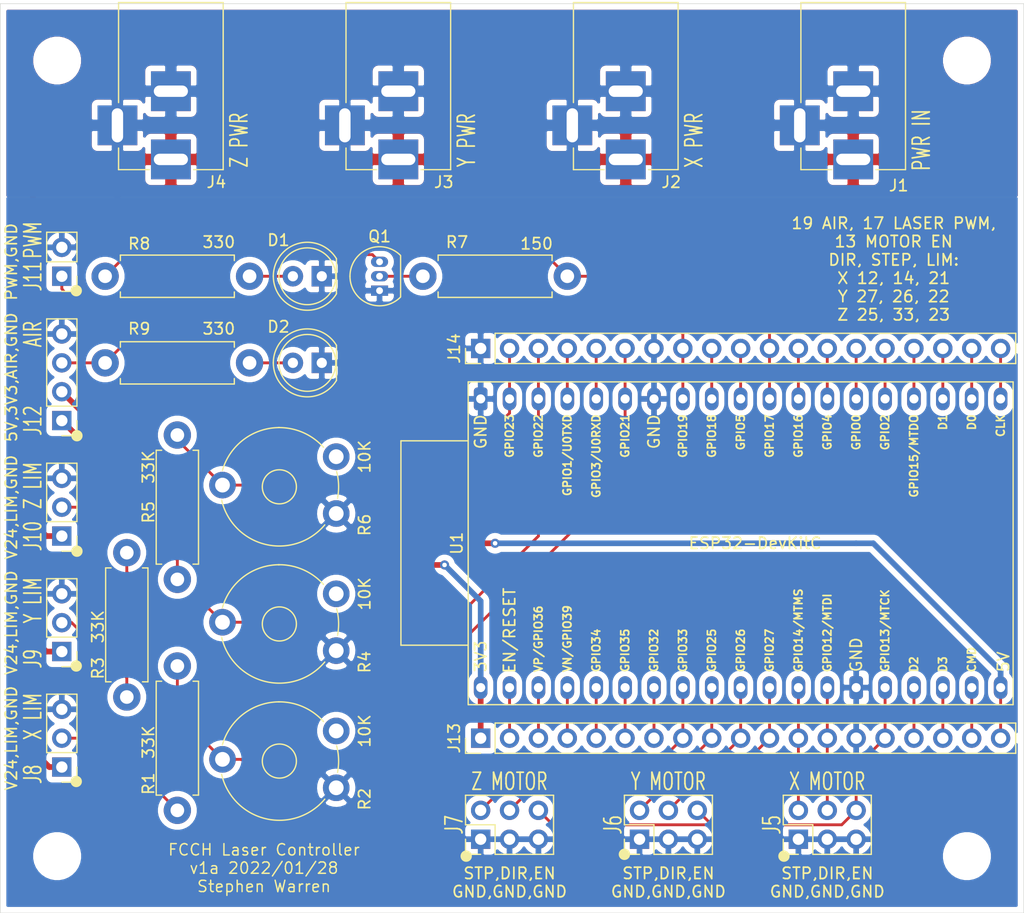
<source format=kicad_pcb>
(kicad_pcb (version 20171130) (host pcbnew 5.1.5+dfsg1-2build2)
  (layers (0 F.Cu signal) (31 B.Cu signal) (34 B.Paste user) (35 F.Paste user) (36 B.SilkS user) (37 F.SilkS user) (38 B.Mask user) (39 F.Mask user) (44 Edge.Cuts user))
  (net 0 "")
  (net 1 /GND)
  (net 2 "Net-(D1-Pad2)")
  (net 3 "Net-(D2-Pad2)")
  (net 4 /V24)
  (net 5 /XSTEP)
  (net 6 /XDIR)
  (net 7 /XEN)
  (net 8 /YSTEP)
  (net 9 /YDIR)
  (net 10 /ZSTEP)
  (net 11 /ZDIR)
  (net 12 /XLIM24)
  (net 13 /YLIM24)
  (net 14 /ZLIM24)
  (net 15 /PWMOC)
  (net 16 /AIR)
  (net 17 "Net-(Q1-Pad2)")
  (net 18 /XLIM)
  (net 19 /YLIM)
  (net 20 /ZLIM)
  (net 21 /PWM)
  (net 22 /V5)
  (net 23 "Net-(J13-Pad2)")
  (net 24 "Net-(J13-Pad3)")
  (net 25 "Net-(J13-Pad4)")
  (net 26 "Net-(J13-Pad5)")
  (net 27 "Net-(J13-Pad6)")
  (net 28 "Net-(J13-Pad7)")
  (net 29 "Net-(J13-Pad16)")
  (net 30 "Net-(J13-Pad17)")
  (net 31 "Net-(J13-Pad18)")
  (net 32 "Net-(J14-Pad4)")
  (net 33 "Net-(J14-Pad5)")
  (net 34 "Net-(J14-Pad9)")
  (net 35 "Net-(J14-Pad10)")
  (net 36 "Net-(J14-Pad12)")
  (net 37 "Net-(J14-Pad13)")
  (net 38 "Net-(J14-Pad14)")
  (net 39 "Net-(J14-Pad15)")
  (net 40 "Net-(J14-Pad16)")
  (net 41 "Net-(J14-Pad17)")
  (net 42 "Net-(J14-Pad18)")
  (net 43 "Net-(J14-Pad19)")
  (net 44 /V3_3)
  (module Mounting_Holes:MountingHole_3.2mm_M3 (layer F.Cu) (at 185 145 90)
    (fp_text reference H4 hide)
    (fp_text value MountingHole hide)
    (pad 1 np_thru_hole circle (at 0 0 90) (size 3.2 3.2) (drill 3.2) (layers *.Cu *.Mask))
  )
  (module Mounting_Holes:MountingHole_3.2mm_M3 (layer F.Cu) (at 105 145 90)
    (fp_text reference H3 hide)
    (fp_text value MountingHole hide)
    (pad 1 np_thru_hole circle (at 0 0 90) (size 3.2 3.2) (drill 3.2) (layers *.Cu *.Mask))
  )
  (module Mounting_Holes:MountingHole_3.2mm_M3 (layer F.Cu) (at 185 75 90)
    (fp_text reference H2 hide)
    (fp_text value MountingHole hide)
    (pad 1 np_thru_hole circle (at 0 0 90) (size 3.2 3.2) (drill 3.2) (layers *.Cu *.Mask))
  )
  (module Mounting_Holes:MountingHole_3.2mm_M3 (layer F.Cu) (at 105 75 90)
    (fp_text reference H1 hide)
    (fp_text value MountingHole hide)
    (pad 1 np_thru_hole circle (at 0 0 90) (size 3.2 3.2) (drill 3.2) (layers *.Cu *.Mask))
  )
  (module Pin_Headers:Pin_Header_Straight_2x03_Pitch2.54mm (layer F.Cu) (at 142.24 143.51 90)
    (fp_text reference J7 (at 1.27 -2.33 90) (layer F.SilkS) (effects (font (size 1.5 1))))
    (fp_text value Conn_02x03_Odd_Even hide)
    (pad 1 thru_hole rect (at 0 0 90) (size 1.7 1.7) (drill 1) (layers *.Cu *.Mask) (net 1 /GND))
    (pad 2 thru_hole oval (at 2.54 0 90) (size 1.7 1.7) (drill 1) (layers *.Cu *.Mask) (net 10 /ZSTEP))
    (pad 3 thru_hole oval (at 0 2.54 90) (size 1.7 1.7) (drill 1) (layers *.Cu *.Mask) (net 1 /GND))
    (pad 4 thru_hole oval (at 2.54 2.54 90) (size 1.7 1.7) (drill 1) (layers *.Cu *.Mask) (net 11 /ZDIR))
    (pad 5 thru_hole oval (at 0 5.08 90) (size 1.7 1.7) (drill 1) (layers *.Cu *.Mask) (net 1 /GND))
    (pad 6 thru_hole oval (at 2.54 5.08 90) (size 1.7 1.7) (drill 1) (layers *.Cu *.Mask) (net 7 /XEN))
  )
  (module Pin_Headers:Pin_Header_Straight_2x03_Pitch2.54mm (layer F.Cu) (at 156.21 143.51 90)
    (fp_text reference J6 (at 1.27 -2.33 90) (layer F.SilkS) (effects (font (size 1.5 1))))
    (fp_text value Conn_02x03_Odd_Even hide)
    (pad 1 thru_hole rect (at 0 0 90) (size 1.7 1.7) (drill 1) (layers *.Cu *.Mask) (net 1 /GND))
    (pad 2 thru_hole oval (at 2.54 0 90) (size 1.7 1.7) (drill 1) (layers *.Cu *.Mask) (net 8 /YSTEP))
    (pad 3 thru_hole oval (at 0 2.54 90) (size 1.7 1.7) (drill 1) (layers *.Cu *.Mask) (net 1 /GND))
    (pad 4 thru_hole oval (at 2.54 2.54 90) (size 1.7 1.7) (drill 1) (layers *.Cu *.Mask) (net 9 /YDIR))
    (pad 5 thru_hole oval (at 0 5.08 90) (size 1.7 1.7) (drill 1) (layers *.Cu *.Mask) (net 1 /GND))
    (pad 6 thru_hole oval (at 2.54 5.08 90) (size 1.7 1.7) (drill 1) (layers *.Cu *.Mask) (net 7 /XEN))
  )
  (module Pin_Headers:Pin_Header_Straight_2x03_Pitch2.54mm (layer F.Cu) (at 170.18 143.51 90)
    (fp_text reference J5 (at 1.27 -2.33 90) (layer F.SilkS) (effects (font (size 1.5 1))))
    (fp_text value Conn_02x03_Odd_Even hide)
    (pad 1 thru_hole rect (at 0 0 90) (size 1.7 1.7) (drill 1) (layers *.Cu *.Mask) (net 1 /GND))
    (pad 2 thru_hole oval (at 2.54 0 90) (size 1.7 1.7) (drill 1) (layers *.Cu *.Mask) (net 5 /XSTEP))
    (pad 3 thru_hole oval (at 0 2.54 90) (size 1.7 1.7) (drill 1) (layers *.Cu *.Mask) (net 1 /GND))
    (pad 4 thru_hole oval (at 2.54 2.54 90) (size 1.7 1.7) (drill 1) (layers *.Cu *.Mask) (net 6 /XDIR))
    (pad 5 thru_hole oval (at 0 5.08 90) (size 1.7 1.7) (drill 1) (layers *.Cu *.Mask) (net 1 /GND))
    (pad 6 thru_hole oval (at 2.54 5.08 90) (size 1.7 1.7) (drill 1) (layers *.Cu *.Mask) (net 7 /XEN))
  )
  (module Pin_Headers:Pin_Header_Straight_1x02_Pitch2.54mm (layer F.Cu) (at 105.41 93.98 180)
    (fp_text reference J11 (at 2.54 0 90) (layer F.SilkS) (effects (font (size 1.5 1))))
    (fp_text value Conn_01x02_Male hide)
    (pad 1 thru_hole rect (at 0 0 180) (size 1.7 1.7) (drill 1) (layers *.Cu *.Mask) (net 15 /PWMOC))
    (pad 2 thru_hole oval (at 0 2.54 180) (size 1.7 1.7) (drill 1) (layers *.Cu *.Mask) (net 1 /GND))
  )
  (module Pin_Headers:Pin_Header_Straight_1x03_Pitch2.54mm (layer F.Cu) (at 105.41 116.84 180)
    (fp_text reference J10 (at 2.54 0 90) (layer F.SilkS) (effects (font (size 1.5 1))))
    (fp_text value Conn_01x03_Male hide)
    (pad 1 thru_hole rect (at 0 0 180) (size 1.7 1.7) (drill 1) (layers *.Cu *.Mask) (net 4 /V24))
    (pad 2 thru_hole oval (at 0 2.54 180) (size 1.7 1.7) (drill 1) (layers *.Cu *.Mask) (net 14 /ZLIM24))
    (pad 3 thru_hole oval (at 0 5.08 180) (size 1.7 1.7) (drill 1) (layers *.Cu *.Mask) (net 1 /GND))
  )
  (module Pin_Headers:Pin_Header_Straight_1x03_Pitch2.54mm (layer F.Cu) (at 105.41 127 180)
    (fp_text reference J9 (at 2.54 -0.635 90) (layer F.SilkS) (effects (font (size 1.5 1))))
    (fp_text value Conn_01x03_Male hide)
    (pad 1 thru_hole rect (at 0 0 180) (size 1.7 1.7) (drill 1) (layers *.Cu *.Mask) (net 4 /V24))
    (pad 2 thru_hole oval (at 0 2.54 180) (size 1.7 1.7) (drill 1) (layers *.Cu *.Mask) (net 13 /YLIM24))
    (pad 3 thru_hole oval (at 0 5.08 180) (size 1.7 1.7) (drill 1) (layers *.Cu *.Mask) (net 1 /GND))
  )
  (module Pin_Headers:Pin_Header_Straight_1x03_Pitch2.54mm (layer F.Cu) (at 105.41 137.16 180)
    (fp_text reference J8 (at 2.54 -0.635 90) (layer F.SilkS) (effects (font (size 1.5 1))))
    (fp_text value Conn_01x03_Male hide)
    (pad 1 thru_hole rect (at 0 0 180) (size 1.7 1.7) (drill 1) (layers *.Cu *.Mask) (net 4 /V24))
    (pad 2 thru_hole oval (at 0 2.54 180) (size 1.7 1.7) (drill 1) (layers *.Cu *.Mask) (net 12 /XLIM24))
    (pad 3 thru_hole oval (at 0 5.08 180) (size 1.7 1.7) (drill 1) (layers *.Cu *.Mask) (net 1 /GND))
  )
  (module Pin_Headers:Pin_Header_Straight_1x04_Pitch2.54mm (layer F.Cu) (at 105.41 106.68 180)
    (fp_text reference J12 (at 2.54 0 90) (layer F.SilkS) (effects (font (size 1.5 1))))
    (fp_text value Conn_01x04_Male hide)
    (pad 1 thru_hole rect (at 0 0 180) (size 1.7 1.7) (drill 1) (layers *.Cu *.Mask) (net 44 /V3_3))
    (pad 2 thru_hole oval (at 0 2.54 180) (size 1.7 1.7) (drill 1) (layers *.Cu *.Mask) (net 22 /V5))
    (pad 3 thru_hole oval (at 0 5.08 180) (size 1.7 1.7) (drill 1) (layers *.Cu *.Mask) (net 16 /AIR))
    (pad 4 thru_hole oval (at 0 7.62 180) (size 1.7 1.7) (drill 1) (layers *.Cu *.Mask) (net 1 /GND))
  )
  (module Pin_Headers:Pin_Header_Straight_1x19_Pitch2.54mm (layer F.Cu) (at 142.24 100.33 90)
    (fp_text reference J14 (at 0 -2.33 90) (layer F.SilkS))
    (fp_text value Conn_01x19_Male hide)
    (pad 1 thru_hole rect (at 0 0 90) (size 1.7 1.7) (drill 1) (layers *.Cu *.Mask) (net 1 /GND))
    (pad 2 thru_hole oval (at 0 2.54 90) (size 1.7 1.7) (drill 1) (layers *.Cu *.Mask) (net 20 /ZLIM))
    (pad 3 thru_hole oval (at 0 5.08 90) (size 1.7 1.7) (drill 1) (layers *.Cu *.Mask) (net 19 /YLIM))
    (pad 4 thru_hole oval (at 0 7.62 90) (size 1.7 1.7) (drill 1) (layers *.Cu *.Mask) (net 32 "Net-(J14-Pad4)"))
    (pad 5 thru_hole oval (at 0 10.16 90) (size 1.7 1.7) (drill 1) (layers *.Cu *.Mask) (net 33 "Net-(J14-Pad5)"))
    (pad 6 thru_hole oval (at 0 12.7 90) (size 1.7 1.7) (drill 1) (layers *.Cu *.Mask) (net 18 /XLIM))
    (pad 7 thru_hole oval (at 0 15.24 90) (size 1.7 1.7) (drill 1) (layers *.Cu *.Mask) (net 1 /GND))
    (pad 8 thru_hole oval (at 0 17.78 90) (size 1.7 1.7) (drill 1) (layers *.Cu *.Mask) (net 16 /AIR))
    (pad 9 thru_hole oval (at 0 20.32 90) (size 1.7 1.7) (drill 1) (layers *.Cu *.Mask) (net 34 "Net-(J14-Pad9)"))
    (pad 10 thru_hole oval (at 0 22.86 90) (size 1.7 1.7) (drill 1) (layers *.Cu *.Mask) (net 35 "Net-(J14-Pad10)"))
    (pad 11 thru_hole oval (at 0 25.4 90) (size 1.7 1.7) (drill 1) (layers *.Cu *.Mask) (net 21 /PWM))
    (pad 12 thru_hole oval (at 0 27.94 90) (size 1.7 1.7) (drill 1) (layers *.Cu *.Mask) (net 36 "Net-(J14-Pad12)"))
    (pad 13 thru_hole oval (at 0 30.48 90) (size 1.7 1.7) (drill 1) (layers *.Cu *.Mask) (net 37 "Net-(J14-Pad13)"))
    (pad 14 thru_hole oval (at 0 33.02 90) (size 1.7 1.7) (drill 1) (layers *.Cu *.Mask) (net 38 "Net-(J14-Pad14)"))
    (pad 15 thru_hole oval (at 0 35.56 90) (size 1.7 1.7) (drill 1) (layers *.Cu *.Mask) (net 39 "Net-(J14-Pad15)"))
    (pad 16 thru_hole oval (at 0 38.1 90) (size 1.7 1.7) (drill 1) (layers *.Cu *.Mask) (net 40 "Net-(J14-Pad16)"))
    (pad 17 thru_hole oval (at 0 40.64 90) (size 1.7 1.7) (drill 1) (layers *.Cu *.Mask) (net 41 "Net-(J14-Pad17)"))
    (pad 18 thru_hole oval (at 0 43.18 90) (size 1.7 1.7) (drill 1) (layers *.Cu *.Mask) (net 42 "Net-(J14-Pad18)"))
    (pad 19 thru_hole oval (at 0 45.72 90) (size 1.7 1.7) (drill 1) (layers *.Cu *.Mask) (net 43 "Net-(J14-Pad19)"))
  )
  (module Pin_Headers:Pin_Header_Straight_1x19_Pitch2.54mm (layer F.Cu) (at 142.24 134.62 90)
    (fp_text reference J13 (at 0 -2.33 90) (layer F.SilkS))
    (fp_text value Conn_01x19_Male hide)
    (pad 1 thru_hole rect (at 0 0 90) (size 1.7 1.7) (drill 1) (layers *.Cu *.Mask) (net 44 /V3_3))
    (pad 2 thru_hole oval (at 0 2.54 90) (size 1.7 1.7) (drill 1) (layers *.Cu *.Mask) (net 23 "Net-(J13-Pad2)"))
    (pad 3 thru_hole oval (at 0 5.08 90) (size 1.7 1.7) (drill 1) (layers *.Cu *.Mask) (net 24 "Net-(J13-Pad3)"))
    (pad 4 thru_hole oval (at 0 7.62 90) (size 1.7 1.7) (drill 1) (layers *.Cu *.Mask) (net 25 "Net-(J13-Pad4)"))
    (pad 5 thru_hole oval (at 0 10.16 90) (size 1.7 1.7) (drill 1) (layers *.Cu *.Mask) (net 26 "Net-(J13-Pad5)"))
    (pad 6 thru_hole oval (at 0 12.7 90) (size 1.7 1.7) (drill 1) (layers *.Cu *.Mask) (net 27 "Net-(J13-Pad6)"))
    (pad 7 thru_hole oval (at 0 15.24 90) (size 1.7 1.7) (drill 1) (layers *.Cu *.Mask) (net 28 "Net-(J13-Pad7)"))
    (pad 8 thru_hole oval (at 0 17.78 90) (size 1.7 1.7) (drill 1) (layers *.Cu *.Mask) (net 10 /ZSTEP))
    (pad 9 thru_hole oval (at 0 20.32 90) (size 1.7 1.7) (drill 1) (layers *.Cu *.Mask) (net 11 /ZDIR))
    (pad 10 thru_hole oval (at 0 22.86 90) (size 1.7 1.7) (drill 1) (layers *.Cu *.Mask) (net 8 /YSTEP))
    (pad 11 thru_hole oval (at 0 25.4 90) (size 1.7 1.7) (drill 1) (layers *.Cu *.Mask) (net 9 /YDIR))
    (pad 12 thru_hole oval (at 0 27.94 90) (size 1.7 1.7) (drill 1) (layers *.Cu *.Mask) (net 5 /XSTEP))
    (pad 13 thru_hole oval (at 0 30.48 90) (size 1.7 1.7) (drill 1) (layers *.Cu *.Mask) (net 6 /XDIR))
    (pad 14 thru_hole oval (at 0 33.02 90) (size 1.7 1.7) (drill 1) (layers *.Cu *.Mask) (net 1 /GND))
    (pad 15 thru_hole oval (at 0 35.56 90) (size 1.7 1.7) (drill 1) (layers *.Cu *.Mask) (net 7 /XEN))
    (pad 16 thru_hole oval (at 0 38.1 90) (size 1.7 1.7) (drill 1) (layers *.Cu *.Mask) (net 29 "Net-(J13-Pad16)"))
    (pad 17 thru_hole oval (at 0 40.64 90) (size 1.7 1.7) (drill 1) (layers *.Cu *.Mask) (net 30 "Net-(J13-Pad17)"))
    (pad 18 thru_hole oval (at 0 43.18 90) (size 1.7 1.7) (drill 1) (layers *.Cu *.Mask) (net 31 "Net-(J13-Pad18)"))
    (pad 19 thru_hole oval (at 0 45.72 90) (size 1.7 1.7) (drill 1) (layers *.Cu *.Mask) (net 22 /V5))
  )
  (module Connectors:BARREL_JACK (layer F.Cu) (at 115 83.7 270)
    (fp_text reference J4 (at 2 -4) (layer F.SilkS))
    (fp_text value Barrel_Jack_Switch hide)
    (pad 1 thru_hole rect (at 0 0 270) (size 3.5 3.5) (drill oval 1 3) (layers *.Cu *.Mask) (net 4 /V24))
    (pad 2 thru_hole rect (at -6 0 270) (size 3.5 3.5) (drill oval 1 3) (layers *.Cu *.Mask) (net 1 /GND))
    (pad 3 thru_hole rect (at -3 4.7 270) (size 3.5 3.5) (drill oval 3 1) (layers *.Cu *.Mask) (net 1 /GND))
  )
  (module Connectors:BARREL_JACK (layer F.Cu) (at 135 83.7 270)
    (fp_text reference J3 (at 2 -4) (layer F.SilkS))
    (fp_text value Barrel_Jack_Switch hide)
    (pad 1 thru_hole rect (at 0 0 270) (size 3.5 3.5) (drill oval 1 3) (layers *.Cu *.Mask) (net 4 /V24))
    (pad 2 thru_hole rect (at -6 0 270) (size 3.5 3.5) (drill oval 1 3) (layers *.Cu *.Mask) (net 1 /GND))
    (pad 3 thru_hole rect (at -3 4.7 270) (size 3.5 3.5) (drill oval 3 1) (layers *.Cu *.Mask) (net 1 /GND))
  )
  (module Connectors:BARREL_JACK (layer F.Cu) (at 155 83.7 270)
    (fp_text reference J2 (at 2 -4) (layer F.SilkS))
    (fp_text value Barrel_Jack_Switch hide)
    (pad 1 thru_hole rect (at 0 0 270) (size 3.5 3.5) (drill oval 1 3) (layers *.Cu *.Mask) (net 4 /V24))
    (pad 2 thru_hole rect (at -6 0 270) (size 3.5 3.5) (drill oval 1 3) (layers *.Cu *.Mask) (net 1 /GND))
    (pad 3 thru_hole rect (at -3 4.7 270) (size 3.5 3.5) (drill oval 3 1) (layers *.Cu *.Mask) (net 1 /GND))
  )
  (module Connectors:BARREL_JACK (layer F.Cu) (at 175 83.7 270)
    (fp_text reference J1 (at 2.3 -4) (layer F.SilkS))
    (fp_text value Barrel_Jack_Switch hide)
    (pad 1 thru_hole rect (at 0 0 270) (size 3.5 3.5) (drill oval 1 3) (layers *.Cu *.Mask) (net 4 /V24))
    (pad 2 thru_hole rect (at -6 0 270) (size 3.5 3.5) (drill oval 1 3) (layers *.Cu *.Mask) (net 1 /GND))
    (pad 3 thru_hole rect (at -3 4.7 270) (size 3.5 3.5) (drill oval 3 1) (layers *.Cu *.Mask) (net 1 /GND))
  )
  (module Espressif:ESP32-DevKitC (layer F.Cu) (at 142.24 130.175 90)
    (fp_text reference U1 (at 12.70368 -2.09728 90) (layer F.SilkS))
    (fp_text value ESP32-DevKitC (at 12.70368 24.13272) (layer F.SilkS))
    (fp_text user GND (at 24.13368 0.00272 90 unlocked) (layer F.SilkS) (effects (justify right)))
    (fp_text user GPIO23 (at 24.13368 2.54272 90 unlocked) (layer F.SilkS) (effects (font (size 0.7 0.7)) (justify right)))
    (fp_text user GPIO5 (at 24.13368 22.86272 90 unlocked) (layer F.SilkS) (effects (font (size 0.7 0.7)) (justify right)))
    (fp_text user D0 (at 24.13368 43.18272 90 unlocked) (layer F.SilkS) (effects (font (size 0.7 0.7)) (justify right)))
    (fp_text user 5V (at 1.27 45.974 90 unlocked) (layer F.SilkS) (effects (justify left)))
    (fp_text user GPIO21 (at 24.13368 12.70272 90 unlocked) (layer F.SilkS) (effects (font (size 0.7 0.7)) (justify right)))
    (fp_text user D1 (at 24.13368 40.64272 90 unlocked) (layer F.SilkS) (effects (font (size 0.7 0.7)) (justify right)))
    (fp_text user GPIO12/MTDI (at 1.27368 30.48272 90 unlocked) (layer F.SilkS) (effects (font (size 0.7 0.7)) (justify left)))
    (fp_text user VP/GPIO36 (at 1.27368 5.08272 90 unlocked) (layer F.SilkS) (effects (font (size 0.7 0.7)) (justify left)))
    (fp_text user D2 (at 1.27368 38.10272 90 unlocked) (layer F.SilkS) (effects (font (size 0.7 0.7)) (justify left)))
    (fp_text user GPIO27 (at 1.27368 25.40272 90 unlocked) (layer F.SilkS) (effects (font (size 0.7 0.7)) (justify left)))
    (fp_text user GPIO33 (at 1.27368 17.78272 90 unlocked) (layer F.SilkS) (effects (font (size 0.7 0.7)) (justify left)))
    (fp_text user GPIO19 (at 24.13368 17.78272 90 unlocked) (layer F.SilkS) (effects (font (size 0.7 0.7)) (justify right)))
    (fp_text user VN/GPIO39 (at 1.27368 7.62272 90 unlocked) (layer F.SilkS) (effects (font (size 0.7 0.7)) (justify left)))
    (fp_text user GPIO13/MTCK (at 1.27368 35.56272 90 unlocked) (layer F.SilkS) (effects (font (size 0.7 0.7)) (justify left)))
    (fp_text user GPIO2 (at 24.13368 35.56272 90 unlocked) (layer F.SilkS) (effects (font (size 0.7 0.7)) (justify right)))
    (fp_text user GPIO26 (at 1.27368 22.86272 90 unlocked) (layer F.SilkS) (effects (font (size 0.7 0.7)) (justify left)))
    (fp_text user GPIO3/U0RXD (at 24.13368 10.16272 90 unlocked) (layer F.SilkS) (effects (font (size 0.7 0.7)) (justify right)))
    (fp_text user 3V3 (at 1.27368 0.00272 90 unlocked) (layer F.SilkS) (effects (justify left)))
    (fp_text user GPIO16 (at 24.13368 27.94272 90 unlocked) (layer F.SilkS) (effects (font (size 0.7 0.7)) (justify right)))
    (fp_text user GPIO32 (at 1.27368 15.24272 90 unlocked) (layer F.SilkS) (effects (font (size 0.7 0.7)) (justify left)))
    (fp_text user GPIO0 (at 24.13368 33.02272 90 unlocked) (layer F.SilkS) (effects (font (size 0.7 0.7)) (justify right)))
    (fp_text user GND (at 1.27368 33.02272 90 unlocked) (layer F.SilkS) (effects (justify left)))
    (fp_text user CLK (at 24.13368 45.72272 90 unlocked) (layer F.SilkS) (effects (font (size 0.7 0.7)) (justify right)))
    (fp_text user EN/RESET (at 8.89 2.54 90 unlocked) (layer F.SilkS) (effects (justify right)))
    (fp_text user GPIO4 (at 24.13368 30.48272 90 unlocked) (layer F.SilkS) (effects (font (size 0.7 0.7)) (justify right)))
    (fp_text user GPIO35 (at 1.27368 12.70272 90 unlocked) (layer F.SilkS) (effects (font (size 0.7 0.7)) (justify left)))
    (fp_text user GPIO14/MTMS (at 1.27368 27.94272 90 unlocked) (layer F.SilkS) (effects (font (size 0.7 0.7)) (justify left)))
    (fp_text user GPIO34 (at 1.27368 10.16272 90 unlocked) (layer F.SilkS) (effects (font (size 0.7 0.7)) (justify left)))
    (fp_text user D3 (at 1.27368 40.64272 90 unlocked) (layer F.SilkS) (effects (font (size 0.7 0.7)) (justify left)))
    (fp_text user GPIO18 (at 24.13368 20.32272 90 unlocked) (layer F.SilkS) (effects (font (size 0.7 0.7)) (justify right)))
    (fp_text user CMD (at 1.27368 43.18272 90 unlocked) (layer F.SilkS) (effects (font (size 0.7 0.7)) (justify left)))
    (fp_text user GPIO22 (at 24.13368 5.08272 90 unlocked) (layer F.SilkS) (effects (font (size 0.7 0.7)) (justify right)))
    (fp_text user GND (at 24.13368 15.24272 90 unlocked) (layer F.SilkS) (effects (justify right)))
    (fp_text user GPIO17 (at 24.13368 25.40272 90 unlocked) (layer F.SilkS) (effects (font (size 0.7 0.7)) (justify right)))
    (fp_text user GPIO1/U0TXD (at 24.13368 7.62272 90 unlocked) (layer F.SilkS) (effects (font (size 0.7 0.7)) (justify right)))
    (fp_text user GPIO15/MTDO (at 24.13368 38.10272 90 unlocked) (layer F.SilkS) (effects (font (size 0.7 0.7)) (justify right)))
    (fp_text user GPIO25 (at 1.27368 20.32272 90 unlocked) (layer F.SilkS) (effects (font (size 0.7 0.7)) (justify left)))
    (pad 38 thru_hole roundrect (at 25.40368 0.00272) (size 1.2 2) (drill 0.8) (layers *.Cu *.Mask) (net 1 /GND))
    (pad 37 thru_hole oval (at 25.40368 2.54272) (size 1.2 2) (drill 0.8) (layers *.Cu *.Mask) (net 20 /ZLIM))
    (pad 36 thru_hole oval (at 25.40368 5.08272) (size 1.2 2) (drill 0.8) (layers *.Cu *.Mask) (net 19 /YLIM))
    (pad 35 thru_hole oval (at 25.40368 7.62272) (size 1.2 2) (drill 0.8) (layers *.Cu *.Mask) (net 32 "Net-(J14-Pad4)"))
    (pad 34 thru_hole oval (at 25.40368 10.16272) (size 1.2 2) (drill 0.8) (layers *.Cu *.Mask) (net 33 "Net-(J14-Pad5)"))
    (pad 33 thru_hole oval (at 25.40368 12.70272) (size 1.2 2) (drill 0.8) (layers *.Cu *.Mask) (net 18 /XLIM))
    (pad 32 thru_hole oval (at 25.40368 15.24272) (size 1.2 2) (drill 0.8) (layers *.Cu *.Mask) (net 1 /GND))
    (pad 31 thru_hole oval (at 25.40368 17.78272) (size 1.2 2) (drill 0.8) (layers *.Cu *.Mask) (net 16 /AIR))
    (pad 30 thru_hole oval (at 25.40368 20.32272) (size 1.2 2) (drill 0.8) (layers *.Cu *.Mask) (net 34 "Net-(J14-Pad9)"))
    (pad 29 thru_hole oval (at 25.40368 22.86272) (size 1.2 2) (drill 0.8) (layers *.Cu *.Mask) (net 35 "Net-(J14-Pad10)"))
    (pad 28 thru_hole oval (at 25.40368 25.40272) (size 1.2 2) (drill 0.8) (layers *.Cu *.Mask) (net 21 /PWM))
    (pad 27 thru_hole oval (at 25.40368 27.94272) (size 1.2 2) (drill 0.8) (layers *.Cu *.Mask) (net 36 "Net-(J14-Pad12)"))
    (pad 26 thru_hole oval (at 25.40368 30.48272) (size 1.2 2) (drill 0.8) (layers *.Cu *.Mask) (net 37 "Net-(J14-Pad13)"))
    (pad 25 thru_hole oval (at 25.40368 33.02272) (size 1.2 2) (drill 0.8) (layers *.Cu *.Mask) (net 38 "Net-(J14-Pad14)"))
    (pad 24 thru_hole oval (at 25.40368 35.56272) (size 1.2 2) (drill 0.8) (layers *.Cu *.Mask) (net 39 "Net-(J14-Pad15)"))
    (pad 23 thru_hole oval (at 25.40368 38.10272) (size 1.2 2) (drill 0.8) (layers *.Cu *.Mask) (net 40 "Net-(J14-Pad16)"))
    (pad 22 thru_hole oval (at 25.40368 40.64272) (size 1.2 2) (drill 0.8) (layers *.Cu *.Mask) (net 41 "Net-(J14-Pad17)"))
    (pad 21 thru_hole oval (at 25.4 43.18) (size 1.2 2) (drill 0.8) (layers *.Cu *.Mask) (net 42 "Net-(J14-Pad18)"))
    (pad 20 thru_hole oval (at 25.4 45.72) (size 1.2 2) (drill 0.8) (layers *.Cu *.Mask) (net 43 "Net-(J14-Pad19)"))
    (pad 19 thru_hole oval (at 0.00368 45.72272) (size 1.2 2) (drill 0.8) (layers *.Cu *.Mask) (net 22 /V5))
    (pad 18 thru_hole oval (at 0.00368 43.18272) (size 1.2 2) (drill 0.8) (layers *.Cu *.Mask) (net 31 "Net-(J13-Pad18)"))
    (pad 17 thru_hole oval (at 0.00368 40.64272) (size 1.2 2) (drill 0.8) (layers *.Cu *.Mask) (net 30 "Net-(J13-Pad17)"))
    (pad 16 thru_hole oval (at 0.00368 38.10272) (size 1.2 2) (drill 0.8) (layers *.Cu *.Mask) (net 29 "Net-(J13-Pad16)"))
    (pad 15 thru_hole oval (at 0.00368 35.56272) (size 1.2 2) (drill 0.8) (layers *.Cu *.Mask) (net 7 /XEN))
    (pad 14 thru_hole roundrect (at 0.00368 33.02272) (size 1.2 2) (drill 0.8) (layers *.Cu *.Mask) (net 1 /GND))
    (pad 13 thru_hole oval (at 0.00368 30.48272) (size 1.2 2) (drill 0.8) (layers *.Cu *.Mask) (net 6 /XDIR))
    (pad 12 thru_hole oval (at 0.00368 27.94272) (size 1.2 2) (drill 0.8) (layers *.Cu *.Mask) (net 5 /XSTEP))
    (pad 11 thru_hole oval (at 0.00368 25.40272) (size 1.2 2) (drill 0.8) (layers *.Cu *.Mask) (net 9 /YDIR))
    (pad 10 thru_hole oval (at 0.00368 22.86272) (size 1.2 2) (drill 0.8) (layers *.Cu *.Mask) (net 8 /YSTEP))
    (pad 9 thru_hole oval (at 0.00368 20.32272) (size 1.2 2) (drill 0.8) (layers *.Cu *.Mask) (net 11 /ZDIR))
    (pad 8 thru_hole oval (at 0.00368 17.78272) (size 1.2 2) (drill 0.8) (layers *.Cu *.Mask) (net 10 /ZSTEP))
    (pad 7 thru_hole oval (at 0.00368 15.24272) (size 1.2 2) (drill 0.8) (layers *.Cu *.Mask) (net 28 "Net-(J13-Pad7)"))
    (pad 6 thru_hole oval (at 0.00368 12.70272) (size 1.2 2) (drill 0.8) (layers *.Cu *.Mask) (net 27 "Net-(J13-Pad6)"))
    (pad 5 thru_hole oval (at 0.00368 10.16272) (size 1.2 2) (drill 0.8) (layers *.Cu *.Mask) (net 26 "Net-(J13-Pad5)"))
    (pad 4 thru_hole oval (at 0.00368 7.62272) (size 1.2 2) (drill 0.8) (layers *.Cu *.Mask) (net 25 "Net-(J13-Pad4)"))
    (pad 3 thru_hole oval (at 0.00368 5.08272) (size 1.2 2) (drill 0.8) (layers *.Cu *.Mask) (net 24 "Net-(J13-Pad3)"))
    (pad 2 thru_hole oval (at 0.00368 2.54272) (size 1.2 2) (drill 0.8) (layers *.Cu *.Mask) (net 23 "Net-(J13-Pad2)"))
    (pad 1 thru_hole oval (at 0.00368 0.00272) (size 1.2 2) (drill 0.8) (layers *.Cu *.Mask) (net 44 /V3_3))
  )
  (module Resistors_THT:R_Axial_DIN0411_L9.9mm_D3.6mm_P12.70mm_Horizontal (layer F.Cu) (at 109.22 101.6)
    (fp_text reference R9 (at 3 -3) (layer F.SilkS))
    (fp_text value 330 (at 10 -3) (layer F.SilkS))
    (pad 1 thru_hole circle (at 0 0) (size 2.4 2.4) (drill 1.2) (layers *.Cu *.Mask) (net 16 /AIR))
    (pad 2 thru_hole oval (at 12.7 0) (size 2.4 2.4) (drill 1.2) (layers *.Cu *.Mask) (net 3 "Net-(D2-Pad2)"))
  )
  (module Resistors_THT:R_Axial_DIN0411_L9.9mm_D3.6mm_P12.70mm_Horizontal (layer F.Cu) (at 109.22 93.98)
    (fp_text reference R8 (at 3 -2.86) (layer F.SilkS))
    (fp_text value 330 (at 10 -3) (layer F.SilkS))
    (pad 1 thru_hole circle (at 0 0) (size 2.4 2.4) (drill 1.2) (layers *.Cu *.Mask) (net 21 /PWM))
    (pad 2 thru_hole oval (at 12.7 0) (size 2.4 2.4) (drill 1.2) (layers *.Cu *.Mask) (net 2 "Net-(D1-Pad2)"))
  )
  (module Resistors_THT:R_Axial_DIN0411_L9.9mm_D3.6mm_P12.70mm_Horizontal (layer F.Cu) (at 149.86 93.98 180)
    (fp_text reference R7 (at 9.7 3) (layer F.SilkS))
    (fp_text value 150 (at 2.7 2.86) (layer F.SilkS))
    (pad 1 thru_hole circle (at 0 0 180) (size 2.4 2.4) (drill 1.2) (layers *.Cu *.Mask) (net 21 /PWM))
    (pad 2 thru_hole oval (at 12.7 0 180) (size 2.4 2.4) (drill 1.2) (layers *.Cu *.Mask) (net 17 "Net-(Q1-Pad2)"))
  )
  (module Potentiometers:Potentiometer_Trimmer_Piher_PT-10v10_Horizontal_Px10.0mm_Py5.0mm (layer F.Cu) (at 129.54 109.855 180)
    (fp_text reference R6 (at -2.5 -6 90) (layer F.SilkS))
    (fp_text value 10K (at -2.5 0 90) (layer F.SilkS))
    (pad 3 thru_hole circle (at 0 -5 180) (size 2.34 2.34) (drill 1.3) (layers *.Cu *.Mask) (net 1 /GND))
    (pad 2 thru_hole circle (at 10 -2.5 180) (size 2.34 2.34) (drill 1.3) (layers *.Cu *.Mask) (net 20 /ZLIM))
    (pad 1 thru_hole circle (at 0 0 180) (size 2.34 2.34) (drill 1.3) (layers *.Cu *.Mask))
  )
  (module Resistors_THT:R_Axial_DIN0411_L9.9mm_D3.6mm_P12.70mm_Horizontal (layer F.Cu) (at 115.57 120.65 90)
    (fp_text reference R5 (at 6.985 -2.54 90) (layer F.SilkS) (effects (justify right)))
    (fp_text value 33K (at 11.43 -2.54 90) (layer F.SilkS) (effects (justify right)))
    (pad 1 thru_hole circle (at 0 0 90) (size 2.4 2.4) (drill 1.2) (layers *.Cu *.Mask) (net 14 /ZLIM24))
    (pad 2 thru_hole oval (at 12.7 0 90) (size 2.4 2.4) (drill 1.2) (layers *.Cu *.Mask) (net 20 /ZLIM))
  )
  (module Potentiometers:Potentiometer_Trimmer_Piher_PT-10v10_Horizontal_Px10.0mm_Py5.0mm (layer F.Cu) (at 129.54 121.92 180)
    (fp_text reference R4 (at -2.5 -6 90) (layer F.SilkS))
    (fp_text value 10K (at -2.5 0 90) (layer F.SilkS))
    (pad 3 thru_hole circle (at 0 -5 180) (size 2.34 2.34) (drill 1.3) (layers *.Cu *.Mask) (net 1 /GND))
    (pad 2 thru_hole circle (at 10 -2.5 180) (size 2.34 2.34) (drill 1.3) (layers *.Cu *.Mask) (net 19 /YLIM))
    (pad 1 thru_hole circle (at 0 0 180) (size 2.34 2.34) (drill 1.3) (layers *.Cu *.Mask))
  )
  (module Resistors_THT:R_Axial_DIN0411_L9.9mm_D3.6mm_P12.70mm_Horizontal (layer F.Cu) (at 111.125 131 90)
    (fp_text reference R3 (at 1.46 -2.54 90) (layer F.SilkS) (effects (justify left)))
    (fp_text value 33K (at 4.635 -2.54 90) (layer F.SilkS) (effects (justify left)))
    (pad 1 thru_hole circle (at 0 0 90) (size 2.4 2.4) (drill 1.2) (layers *.Cu *.Mask) (net 13 /YLIM24))
    (pad 2 thru_hole oval (at 12.7 0 90) (size 2.4 2.4) (drill 1.2) (layers *.Cu *.Mask) (net 19 /YLIM))
  )
  (module Potentiometers:Potentiometer_Trimmer_Piher_PT-10v10_Horizontal_Px10.0mm_Py5.0mm (layer F.Cu) (at 129.54 133.985 180)
    (fp_text reference R2 (at -2.5 -6 90) (layer F.SilkS))
    (fp_text value 10K (at -2.5 0 90) (layer F.SilkS))
    (pad 3 thru_hole circle (at 0 -5 180) (size 2.34 2.34) (drill 1.3) (layers *.Cu *.Mask) (net 1 /GND))
    (pad 2 thru_hole circle (at 10 -2.5 180) (size 2.34 2.34) (drill 1.3) (layers *.Cu *.Mask) (net 18 /XLIM))
    (pad 1 thru_hole circle (at 0 0 180) (size 2.34 2.34) (drill 1.3) (layers *.Cu *.Mask))
  )
  (module Resistors_THT:R_Axial_DIN0411_L9.9mm_D3.6mm_P12.70mm_Horizontal (layer F.Cu) (at 115.57 140.97 90)
    (fp_text reference R1 (at 1.27 -2.54 90) (layer F.SilkS) (effects (justify left)))
    (fp_text value 33K (at 4.445 -2.54 90) (layer F.SilkS) (effects (justify left)))
    (pad 1 thru_hole circle (at 0 0 90) (size 2.4 2.4) (drill 1.2) (layers *.Cu *.Mask) (net 12 /XLIM24))
    (pad 2 thru_hole oval (at 12.7 0 90) (size 2.4 2.4) (drill 1.2) (layers *.Cu *.Mask) (net 18 /XLIM))
  )
  (module TO_SOT_Packages_THT:TO-92_Inline_Narrow_Oval (layer F.Cu) (at 133.35 95.25 90)
    (fp_text reference Q1 (at 4.77 0 180) (layer F.SilkS))
    (fp_text value PN2222A hide)
    (pad 2 thru_hole oval (at 1.27 0 270) (size 0.9 1.5) (drill 0.6) (layers *.Cu *.Mask) (net 17 "Net-(Q1-Pad2)"))
    (pad 3 thru_hole oval (at 2.54 0 270) (size 0.9 1.5) (drill 0.6) (layers *.Cu *.Mask) (net 15 /PWMOC))
    (pad 1 thru_hole rect (at 0 0 270) (size 0.9 1.5) (drill 0.6) (layers *.Cu *.Mask) (net 1 /GND))
  )
  (module LEDs:LED_D5.0mm (layer F.Cu) (at 128.27 101.6 180)
    (fp_text reference D2 (at 3.81 3.175 180) (layer F.SilkS))
    (fp_text value LED hide)
    (pad 1 thru_hole rect (at 0 0 180) (size 1.8 1.8) (drill 0.9) (layers *.Cu *.Mask) (net 1 /GND))
    (pad 2 thru_hole circle (at 2.54 0 180) (size 1.8 1.8) (drill 0.9) (layers *.Cu *.Mask) (net 3 "Net-(D2-Pad2)"))
  )
  (module LEDs:LED_D5.0mm (layer F.Cu) (at 128.27 93.98 180)
    (fp_text reference D1 (at 3.81 3.175 180) (layer F.SilkS))
    (fp_text value LED hide)
    (pad 1 thru_hole rect (at 0 0 180) (size 1.8 1.8) (drill 0.9) (layers *.Cu *.Mask) (net 1 /GND))
    (pad 2 thru_hole circle (at 2.54 0 180) (size 1.8 1.8) (drill 0.9) (layers *.Cu *.Mask) (net 2 "Net-(D1-Pad2)"))
  )
  (gr_text "19 AIR, 17 LASER PWM,\n13 MOTOR EN\nDIR, STEP, LIM:\nX 12, 14, 21\nY 27, 26, 22\nZ 25, 33, 23" (at 178.562 93.345) (layer F.SilkS) (effects (font (size 1 1))))
  (gr_text "STP,DIR,EN\nGND,GND,GND" (at 144.78 147.32) (layer F.SilkS) (effects (font (size 1 1))))
  (gr_text "STP,DIR,EN\nGND,GND,GND" (at 158.75 147.32) (layer F.SilkS) (effects (font (size 1 1))))
  (gr_text PWM (at 102.87 90.805 90) (layer F.SilkS) (effects (font (size 1.5 1))))
  (gr_text AIR (at 102.87 99.06 90) (layer F.SilkS) (effects (font (size 1.5 1))))
  (gr_text "PWR IN" (at 181 82 90) (layer F.SilkS) (effects (font (size 1.5 1))))
  (gr_text "X PWR" (at 161 82 90) (layer F.SilkS) (effects (font (size 1.5 1))))
  (gr_text "Y PWR" (at 141 82 90) (layer F.SilkS) (effects (font (size 1.5 1))))
  (gr_text "Z PWR" (at 121 82 90) (layer F.SilkS) (effects (font (size 1.5 1))))
  (gr_text "FCCH Laser Controller\nv1a 2022/01/28\nStephen Warren" (at 123.19 146.05) (layer F.SilkS) (effects (font (size 1 1) (thickness 0.125))))
  (gr_circle (center 106.68 95.25) (end 106.93 95.25) (layer F.SilkS) (width 0.5))
  (gr_circle (center 106.74 108.01) (end 106.99 108.01) (layer F.SilkS) (width 0.5))
  (gr_text "X MOTOR" (at 172.72 138.43) (layer F.SilkS) (effects (font (size 1.5 1))))
  (gr_text "Y MOTOR" (at 158.75 138.43) (layer F.SilkS) (effects (font (size 1.5 1))))
  (gr_text "Z MOTOR" (at 144.78 138.43) (layer F.SilkS) (effects (font (size 1.5 1))))
  (gr_text "X LIM" (at 102.87 132.715 90) (layer F.SilkS) (effects (font (size 1.5 1))))
  (gr_text "Y LIM" (at 102.87 122.5 90) (layer F.SilkS) (effects (font (size 1.5 1))))
  (gr_text "Z LIM" (at 102.87 112.395 90) (layer F.SilkS) (effects (font (size 1.5 1))))
  (gr_text PWM,GND (at 100.965 92.71 90) (layer F.SilkS) (effects (font (size 1 1))))
  (gr_text 5V,3V3,AIR,GND (at 100.965 102.87 90) (layer F.SilkS) (effects (font (size 1 1))))
  (gr_text V24,LIM,GND (at 100.965 114.3 90) (layer F.SilkS) (effects (font (size 1 1))))
  (gr_text V24,LIM,GND (at 100.965 134.62 90) (layer F.SilkS) (effects (font (size 1 1))))
  (gr_circle (center 106.74 118.17) (end 106.99 118.17) (layer F.SilkS) (width 0.5))
  (gr_circle (center 106.68 128.27) (end 106.93 128.27) (layer F.SilkS) (width 0.5))
  (gr_circle (center 106.68 138.43) (end 106.93 138.43) (layer F.SilkS) (width 0.5))
  (gr_text V24,LIM,GND (at 100.965 124.46 90) (layer F.SilkS) (effects (font (size 1 1))))
  (gr_text "STP,DIR,EN\nGND,GND,GND" (at 172.72 147.32) (layer F.SilkS) (effects (font (size 1 1))))
  (gr_circle (center 168.91 145) (end 169.16 145) (layer F.SilkS) (width 0.5))
  (gr_circle (center 154.88 144.84) (end 155.13 144.84) (layer F.SilkS) (width 0.5))
  (gr_circle (center 140.97 145) (end 141.22 145) (layer F.SilkS) (width 0.5))
  (gr_line (start 190 70) (end 190 150) (layer Edge.Cuts) (width 0.05))
  (gr_line (start 100 150) (end 100 70) (layer Edge.Cuts) (width 0.05))
  (gr_line (start 100 150) (end 190 150) (layer Edge.Cuts) (width 0.05))
  (gr_line (start 100 70) (end 190 70) (layer Edge.Cuts) (width 0.05))
  (segment (start 110.3 82.95) (end 110.3 80.7) (width 0.5) (layer B.Cu) (net 1))
  (segment (start 110.3 87.752081) (end 110.3 82.95) (width 0.5) (layer B.Cu) (net 1))
  (segment (start 106.612081 91.44) (end 110.3 87.752081) (width 0.5) (layer B.Cu) (net 1))
  (segment (start 105.41 91.44) (end 106.612081 91.44) (width 0.5) (layer B.Cu) (net 1))
  (segment (start 121.92 93.98) (end 125.73 93.98) (width 0.25) (layer F.Cu) (net 2))
  (segment (start 121.92 101.6) (end 125.73 101.6) (width 0.25) (layer F.Cu) (net 3))
  (segment (start 104.31 137.16) (end 102.87 135.72) (width 0.5) (layer F.Cu) (net 4))
  (segment (start 105.41 137.16) (end 104.31 137.16) (width 0.5) (layer F.Cu) (net 4))
  (segment (start 105.53 83.7) (end 115 83.7) (width 0.5) (layer F.Cu) (net 4))
  (segment (start 102.87 86.36) (end 105.53 83.7) (width 0.5) (layer F.Cu) (net 4))
  (segment (start 102.87 115.65) (end 102.87 114.935) (width 0.5) (layer F.Cu) (net 4))
  (segment (start 104.06 116.84) (end 102.87 115.65) (width 0.5) (layer F.Cu) (net 4))
  (segment (start 105.41 116.84) (end 104.06 116.84) (width 0.5) (layer F.Cu) (net 4))
  (segment (start 102.87 114.935) (end 102.87 86.36) (width 0.5) (layer F.Cu) (net 4))
  (segment (start 102.87 125.81) (end 102.87 125.095) (width 0.5) (layer F.Cu) (net 4))
  (segment (start 104.06 127) (end 102.87 125.81) (width 0.5) (layer F.Cu) (net 4))
  (segment (start 105.41 127) (end 104.06 127) (width 0.5) (layer F.Cu) (net 4))
  (segment (start 102.87 125.095) (end 102.87 114.935) (width 0.5) (layer F.Cu) (net 4))
  (segment (start 102.87 135.72) (end 102.87 125.095) (width 0.5) (layer F.Cu) (net 4))
  (segment (start 170.18272 134.61728) (end 170.18 134.62) (width 0.25) (layer F.Cu) (net 5))
  (segment (start 170.18272 130.17132) (end 170.18272 134.61728) (width 0.25) (layer F.Cu) (net 5))
  (segment (start 170.18 135.822081) (end 170.18 140.97) (width 0.25) (layer F.Cu) (net 5))
  (segment (start 170.18 134.62) (end 170.18 135.822081) (width 0.25) (layer F.Cu) (net 5))
  (segment (start 172.72272 134.61728) (end 172.72 134.62) (width 0.25) (layer F.Cu) (net 6))
  (segment (start 172.72272 130.17132) (end 172.72272 134.61728) (width 0.25) (layer F.Cu) (net 6))
  (segment (start 172.72 134.62) (end 172.72 140.97) (width 0.25) (layer F.Cu) (net 6))
  (segment (start 177.80272 134.61728) (end 177.8 134.62) (width 0.25) (layer F.Cu) (net 7))
  (segment (start 177.80272 130.17132) (end 177.80272 134.61728) (width 0.25) (layer F.Cu) (net 7))
  (segment (start 175.26 137.16) (end 175.26 140.97) (width 0.25) (layer F.Cu) (net 7))
  (segment (start 177.8 134.62) (end 175.26 137.16) (width 0.25) (layer F.Cu) (net 7))
  (segment (start 175.26 140.97) (end 173.99 142.24) (width 0.25) (layer F.Cu) (net 7))
  (segment (start 162.56 142.24) (end 161.29 140.97) (width 0.25) (layer F.Cu) (net 7))
  (segment (start 173.99 142.24) (end 162.56 142.24) (width 0.25) (layer F.Cu) (net 7))
  (segment (start 148.59 142.24) (end 162.56 142.24) (width 0.25) (layer F.Cu) (net 7))
  (segment (start 147.32 140.97) (end 148.59 142.24) (width 0.25) (layer F.Cu) (net 7))
  (segment (start 165.10272 134.61728) (end 165.1 134.62) (width 0.25) (layer F.Cu) (net 8))
  (segment (start 165.10272 130.17132) (end 165.10272 134.61728) (width 0.25) (layer F.Cu) (net 8))
  (segment (start 158.75 138.43) (end 156.21 140.97) (width 0.25) (layer F.Cu) (net 8))
  (segment (start 161.29 138.43) (end 158.75 138.43) (width 0.25) (layer F.Cu) (net 8))
  (segment (start 165.1 134.62) (end 161.29 138.43) (width 0.25) (layer F.Cu) (net 8))
  (segment (start 167.64272 134.61728) (end 167.64 134.62) (width 0.25) (layer F.Cu) (net 9))
  (segment (start 167.64272 130.17132) (end 167.64272 134.61728) (width 0.25) (layer F.Cu) (net 9))
  (segment (start 160.655 139.065) (end 158.75 140.97) (width 0.25) (layer F.Cu) (net 9))
  (segment (start 163.195 139.065) (end 160.655 139.065) (width 0.25) (layer F.Cu) (net 9))
  (segment (start 167.64 134.62) (end 163.195 139.065) (width 0.25) (layer F.Cu) (net 9))
  (segment (start 160.02272 134.61728) (end 160.02 134.62) (width 0.25) (layer F.Cu) (net 10))
  (segment (start 160.02272 130.17132) (end 160.02272 134.61728) (width 0.25) (layer F.Cu) (net 10))
  (segment (start 146.812 136.525) (end 142.24 140.97) (width 0.25) (layer F.Cu) (net 10))
  (segment (start 158.115 136.525) (end 146.812 136.525) (width 0.25) (layer F.Cu) (net 10))
  (segment (start 160.02 134.62) (end 158.115 136.525) (width 0.25) (layer F.Cu) (net 10))
  (segment (start 162.56272 134.61728) (end 162.56 134.62) (width 0.25) (layer F.Cu) (net 11))
  (segment (start 162.56272 130.17132) (end 162.56272 134.61728) (width 0.25) (layer F.Cu) (net 11))
  (segment (start 148.59 137.16) (end 144.78 140.97) (width 0.25) (layer F.Cu) (net 11))
  (segment (start 160.02 137.16) (end 148.59 137.16) (width 0.25) (layer F.Cu) (net 11))
  (segment (start 162.56 134.62) (end 160.02 137.16) (width 0.25) (layer F.Cu) (net 11))
  (segment (start 109.22 134.62) (end 105.41 134.62) (width 0.25) (layer F.Cu) (net 12))
  (segment (start 115.57 140.97) (end 109.22 134.62) (width 0.25) (layer F.Cu) (net 12))
  (segment (start 106.282056 124.46) (end 105.41 124.46) (width 0.25) (layer F.Cu) (net 13))
  (segment (start 111.125 129.302944) (end 106.282056 124.46) (width 0.25) (layer F.Cu) (net 13))
  (segment (start 111.125 131) (end 111.125 129.302944) (width 0.25) (layer F.Cu) (net 13))
  (segment (start 106.612081 114.3) (end 105.41 114.3) (width 0.25) (layer F.Cu) (net 14))
  (segment (start 110.917056 114.3) (end 106.612081 114.3) (width 0.25) (layer F.Cu) (net 14))
  (segment (start 115.57 118.952944) (end 110.917056 114.3) (width 0.25) (layer F.Cu) (net 14))
  (segment (start 115.57 120.65) (end 115.57 118.952944) (width 0.25) (layer F.Cu) (net 14))
  (segment (start 105.41 95.08) (end 105.41 93.98) (width 0.25) (layer F.Cu) (net 15))
  (segment (start 106.045 95.885) (end 105.41 95.08) (width 0.25) (layer F.Cu) (net 15))
  (segment (start 111.125 95.885) (end 106.045 95.885) (width 0.25) (layer F.Cu) (net 15))
  (segment (start 114.935 92.075) (end 111.125 95.885) (width 0.25) (layer F.Cu) (net 15))
  (segment (start 132.715 92.075) (end 114.935 92.075) (width 0.25) (layer F.Cu) (net 15))
  (segment (start 133.35 92.71) (end 132.715 92.075) (width 0.25) (layer F.Cu) (net 15))
  (segment (start 160.02 104.7686) (end 160.02272 104.77132) (width 0.25) (layer F.Cu) (net 16))
  (segment (start 160.02 100.33) (end 160.02 104.7686) (width 0.25) (layer F.Cu) (net 16))
  (segment (start 106.612081 101.6) (end 109.22 101.6) (width 0.25) (layer F.Cu) (net 16))
  (segment (start 105.41 101.6) (end 106.612081 101.6) (width 0.25) (layer F.Cu) (net 16))
  (segment (start 160.02 100.33) (end 160.02 99.06) (width 0.25) (layer F.Cu) (net 16))
  (segment (start 160.02 99.06) (end 158.75 97.79) (width 0.25) (layer F.Cu) (net 16))
  (segment (start 113.03 97.79) (end 109.22 101.6) (width 0.25) (layer F.Cu) (net 16))
  (segment (start 158.75 97.79) (end 113.03 97.79) (width 0.25) (layer F.Cu) (net 16))
  (segment (start 137.16 93.98) (end 133.35 93.98) (width 0.25) (layer F.Cu) (net 17))
  (segment (start 154.94 104.7686) (end 154.94272 104.77132) (width 0.25) (layer F.Cu) (net 18))
  (segment (start 154.94 100.33) (end 154.94 104.7686) (width 0.25) (layer F.Cu) (net 18))
  (segment (start 115.57 132.515) (end 115.57 128.27) (width 0.25) (layer F.Cu) (net 18))
  (segment (start 119.54 136.485) (end 115.57 132.515) (width 0.25) (layer F.Cu) (net 18))
  (segment (start 121.194629 136.485) (end 121.234629 136.525) (width 0.25) (layer F.Cu) (net 18))
  (segment (start 119.54 136.485) (end 121.194629 136.485) (width 0.25) (layer F.Cu) (net 18))
  (segment (start 121.234629 136.525) (end 130.175 136.525) (width 0.25) (layer F.Cu) (net 18))
  (segment (start 154.94272 111.75728) (end 154.94272 104.77132) (width 0.25) (layer F.Cu) (net 18))
  (segment (start 130.175 136.525) (end 154.94272 111.75728) (width 0.25) (layer F.Cu) (net 18))
  (segment (start 147.32 104.7686) (end 147.32272 104.77132) (width 0.25) (layer F.Cu) (net 19))
  (segment (start 147.32 100.33) (end 147.32 104.7686) (width 0.25) (layer F.Cu) (net 19))
  (segment (start 111.125 119.997056) (end 111.125 118.3) (width 0.25) (layer F.Cu) (net 19))
  (segment (start 114.377945 123.250001) (end 111.125 119.997056) (width 0.25) (layer F.Cu) (net 19))
  (segment (start 118.370001 123.250001) (end 114.377945 123.250001) (width 0.25) (layer F.Cu) (net 19))
  (segment (start 119.54 124.42) (end 118.370001 123.250001) (width 0.25) (layer F.Cu) (net 19))
  (segment (start 147.32 107.95) (end 147.32272 104.77132) (width 0.25) (layer F.Cu) (net 19))
  (segment (start 147.32 116.84) (end 147.32 107.95) (width 0.25) (layer F.Cu) (net 19))
  (segment (start 139.74 124.42) (end 147.32 116.84) (width 0.25) (layer F.Cu) (net 19))
  (segment (start 119.54 124.42) (end 139.74 124.42) (width 0.25) (layer F.Cu) (net 19))
  (segment (start 144.78 104.7686) (end 144.78272 104.77132) (width 0.25) (layer F.Cu) (net 20))
  (segment (start 144.78 100.33) (end 144.78 104.7686) (width 0.25) (layer F.Cu) (net 20))
  (segment (start 115.57 108.385) (end 115.57 107.95) (width 0.25) (layer F.Cu) (net 20))
  (segment (start 119.54 112.355) (end 115.57 108.385) (width 0.25) (layer F.Cu) (net 20))
  (segment (start 119.54 112.355) (end 129.5 112.355) (width 0.25) (layer F.Cu) (net 20))
  (segment (start 138.40904 112.395) (end 137.16 112.395) (width 0.25) (layer F.Cu) (net 20))
  (segment (start 144.78272 106.02132) (end 138.40904 112.395) (width 0.25) (layer F.Cu) (net 20))
  (segment (start 144.78272 104.77132) (end 144.78272 106.02132) (width 0.25) (layer F.Cu) (net 20))
  (segment (start 137.16 112.395) (end 129.54 112.395) (width 0.25) (layer F.Cu) (net 20))
  (segment (start 167.64 104.7686) (end 167.64272 104.77132) (width 0.25) (layer F.Cu) (net 21))
  (segment (start 167.64 100.33) (end 167.64 104.7686) (width 0.25) (layer F.Cu) (net 21))
  (segment (start 149.86 93.98) (end 147.32 91.44) (width 0.25) (layer F.Cu) (net 21))
  (segment (start 111.76 91.44) (end 109.22 93.98) (width 0.25) (layer F.Cu) (net 21))
  (segment (start 147.32 91.44) (end 111.76 91.44) (width 0.25) (layer F.Cu) (net 21))
  (segment (start 167.64 100.33) (end 167.64 95.25) (width 0.25) (layer F.Cu) (net 21))
  (segment (start 166.37 93.98) (end 149.86 93.98) (width 0.25) (layer F.Cu) (net 21))
  (segment (start 167.64 95.25) (end 166.37 93.98) (width 0.25) (layer F.Cu) (net 21))
  (segment (start 187.96272 134.61728) (end 187.96 134.62) (width 0.25) (layer F.Cu) (net 22))
  (segment (start 187.96272 130.17132) (end 187.96272 134.61728) (width 0.25) (layer F.Cu) (net 22))
  (segment (start 118.745 117.475) (end 105.41 104.14) (width 0.5) (layer F.Cu) (net 22))
  (segment (start 143.51 117.475) (end 118.745 117.475) (width 0.5) (layer F.Cu) (net 22))
  (via (at 143.51 117.475) (size 0.8) (drill 0.4) (layers F.Cu B.Cu) (net 22))
  (segment (start 187.96272 128.67132) (end 187.96272 130.17132) (width 0.5) (layer B.Cu) (net 22))
  (segment (start 143.51 117.475) (end 175.26 117.475) (width 0.5) (layer B.Cu) (net 22))
  (segment (start 176.7664 117.475) (end 175.26 117.475) (width 0.5) (layer B.Cu) (net 22))
  (segment (start 187.96272 128.67132) (end 176.7664 117.475) (width 0.5) (layer B.Cu) (net 22))
  (segment (start 144.78272 134.61728) (end 144.78 134.62) (width 0.25) (layer F.Cu) (net 23))
  (segment (start 144.78272 130.17132) (end 144.78272 134.61728) (width 0.25) (layer F.Cu) (net 23))
  (segment (start 147.32272 134.61728) (end 147.32 134.62) (width 0.25) (layer F.Cu) (net 24))
  (segment (start 147.32272 130.17132) (end 147.32272 134.61728) (width 0.25) (layer F.Cu) (net 24))
  (segment (start 149.86272 134.61728) (end 149.86 134.62) (width 0.25) (layer F.Cu) (net 25))
  (segment (start 149.86272 130.17132) (end 149.86272 134.61728) (width 0.25) (layer F.Cu) (net 25))
  (segment (start 152.40272 134.61728) (end 152.4 134.62) (width 0.25) (layer F.Cu) (net 26))
  (segment (start 152.40272 130.17132) (end 152.40272 134.61728) (width 0.25) (layer F.Cu) (net 26))
  (segment (start 154.94272 134.61728) (end 154.94 134.62) (width 0.25) (layer F.Cu) (net 27))
  (segment (start 154.94272 130.17132) (end 154.94272 134.61728) (width 0.25) (layer F.Cu) (net 27))
  (segment (start 157.48272 134.61728) (end 157.48 134.62) (width 0.25) (layer F.Cu) (net 28))
  (segment (start 157.48272 130.17132) (end 157.48272 134.61728) (width 0.25) (layer F.Cu) (net 28))
  (segment (start 180.34272 134.61728) (end 180.34 134.62) (width 0.25) (layer F.Cu) (net 29))
  (segment (start 180.34272 130.17132) (end 180.34272 134.61728) (width 0.25) (layer F.Cu) (net 29))
  (segment (start 182.88272 134.61728) (end 182.88 134.62) (width 0.25) (layer F.Cu) (net 30))
  (segment (start 182.88272 130.17132) (end 182.88272 134.61728) (width 0.25) (layer F.Cu) (net 30))
  (segment (start 185.42272 134.61728) (end 185.42 134.62) (width 0.25) (layer F.Cu) (net 31))
  (segment (start 185.42272 130.17132) (end 185.42272 134.61728) (width 0.25) (layer F.Cu) (net 31))
  (segment (start 149.86 104.7686) (end 149.86272 104.77132) (width 0.25) (layer F.Cu) (net 32))
  (segment (start 149.86 100.33) (end 149.86 104.7686) (width 0.25) (layer F.Cu) (net 32))
  (segment (start 152.4 104.7686) (end 152.40272 104.77132) (width 0.25) (layer F.Cu) (net 33))
  (segment (start 152.4 100.33) (end 152.4 104.7686) (width 0.25) (layer F.Cu) (net 33))
  (segment (start 162.56 104.7686) (end 162.56272 104.77132) (width 0.25) (layer F.Cu) (net 34))
  (segment (start 162.56 100.33) (end 162.56 104.7686) (width 0.25) (layer F.Cu) (net 34))
  (segment (start 165.1 104.7686) (end 165.10272 104.77132) (width 0.25) (layer F.Cu) (net 35))
  (segment (start 165.1 100.33) (end 165.1 104.7686) (width 0.25) (layer F.Cu) (net 35))
  (segment (start 170.18 104.7686) (end 170.18272 104.77132) (width 0.25) (layer F.Cu) (net 36))
  (segment (start 170.18 100.33) (end 170.18 104.7686) (width 0.25) (layer F.Cu) (net 36))
  (segment (start 172.72 104.7686) (end 172.72272 104.77132) (width 0.25) (layer F.Cu) (net 37))
  (segment (start 172.72 100.33) (end 172.72 104.7686) (width 0.25) (layer F.Cu) (net 37))
  (segment (start 175.26 104.7686) (end 175.26272 104.77132) (width 0.25) (layer F.Cu) (net 38))
  (segment (start 175.26 100.33) (end 175.26 104.7686) (width 0.25) (layer F.Cu) (net 38))
  (segment (start 177.8 104.7686) (end 177.80272 104.77132) (width 0.25) (layer F.Cu) (net 39))
  (segment (start 177.8 100.33) (end 177.8 104.7686) (width 0.25) (layer F.Cu) (net 39))
  (segment (start 180.34 104.7686) (end 180.34272 104.77132) (width 0.25) (layer F.Cu) (net 40))
  (segment (start 180.34 100.33) (end 180.34 104.7686) (width 0.25) (layer F.Cu) (net 40))
  (segment (start 182.88 104.7686) (end 182.88272 104.77132) (width 0.25) (layer F.Cu) (net 41))
  (segment (start 182.88 100.33) (end 182.88 104.7686) (width 0.25) (layer F.Cu) (net 41))
  (segment (start 185.42 100.33) (end 185.42 104.775) (width 0.25) (layer F.Cu) (net 42))
  (segment (start 187.96 100.33) (end 187.96 104.775) (width 0.25) (layer F.Cu) (net 43))
  (segment (start 142.24272 134.61728) (end 142.24 134.62) (width 0.25) (layer F.Cu) (net 44))
  (segment (start 142.24272 130.17132) (end 142.24272 134.61728) (width 0.5) (layer F.Cu) (net 44))
  (segment (start 142.24 122.555) (end 139.065 119.38) (width 0.5) (layer B.Cu) (net 44))
  (via (at 139.065 119.38) (size 0.8) (drill 0.4) (layers F.Cu B.Cu) (net 44))
  (segment (start 139.065 119.38) (end 118.11 119.38) (width 0.5) (layer F.Cu) (net 44))
  (segment (start 118.11 119.38) (end 105.41 106.68) (width 0.5) (layer F.Cu) (net 44))
  (segment (start 142.24272 130.17132) (end 142.24272 122.55772) (width 0.5) (layer B.Cu) (net 44))
  (zone (net 4) (net_name /V24) (layer F.Cu) (connect_pads (clearance 0.508)) (min_thickness 0.254) (fill yes (arc_segments 32) (thermal_gap 0.508) (thermal_bridge_width 1))
    (polygon (pts (xy 190 87) (xy 100 87) (xy 100 70) (xy 190 70)))
  )
  (zone (net 1) (net_name /GND) (layer B.Cu) (connect_pads (clearance 0.508)) (min_thickness 0.254) (fill yes (arc_segments 32) (thermal_gap 0.508) (thermal_bridge_width 1))
    (polygon (pts (xy 190 87) (xy 100 87) (xy 100 70) (xy 190 70)))
  )
  (zone (net 1) (net_name /GND) (layer B.Cu) (connect_pads (clearance 0.508)) (min_thickness 0.254) (fill yes (arc_segments 32) (thermal_gap 0.508) (thermal_bridge_width 0.5))
    (polygon (pts (xy 190 150) (xy 100 150) (xy 100 87) (xy 190 87)))
  )
)
</source>
